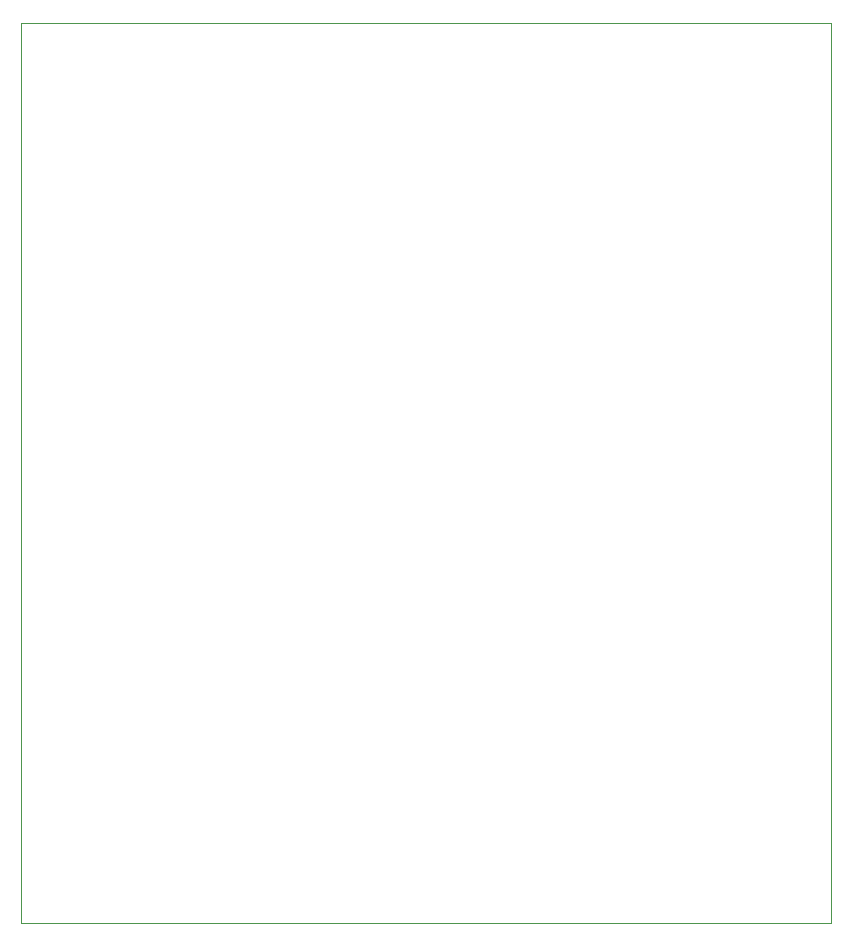
<source format=gbr>
%TF.GenerationSoftware,KiCad,Pcbnew,(7.0.0-0)*%
%TF.CreationDate,2023-02-25T08:41:14-08:00*%
%TF.ProjectId,Intro Projct,496e7472-6f20-4507-926f-6a63742e6b69,rev?*%
%TF.SameCoordinates,Original*%
%TF.FileFunction,Profile,NP*%
%FSLAX46Y46*%
G04 Gerber Fmt 4.6, Leading zero omitted, Abs format (unit mm)*
G04 Created by KiCad (PCBNEW (7.0.0-0)) date 2023-02-25 08:41:14*
%MOMM*%
%LPD*%
G01*
G04 APERTURE LIST*
%TA.AperFunction,Profile*%
%ADD10C,0.100000*%
%TD*%
G04 APERTURE END LIST*
D10*
X101600000Y-27940000D02*
X170180000Y-27940000D01*
X170180000Y-27940000D02*
X170180000Y-104140000D01*
X170180000Y-104140000D02*
X101600000Y-104140000D01*
X101600000Y-104140000D02*
X101600000Y-27940000D01*
M02*

</source>
